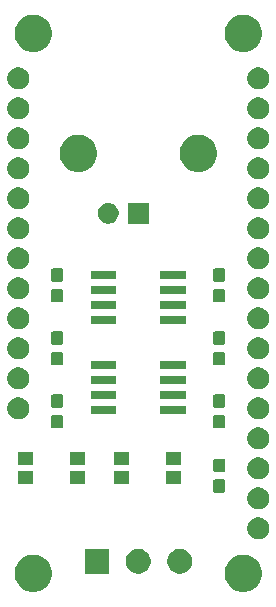
<source format=gbr>
G04 #@! TF.GenerationSoftware,KiCad,Pcbnew,5.0.2-bee76a0~70~ubuntu18.04.1*
G04 #@! TF.CreationDate,2019-02-21T16:56:04-08:00*
G04 #@! TF.ProjectId,ph_feather_wing,70685f66-6561-4746-9865-725f77696e67,rev?*
G04 #@! TF.SameCoordinates,Original*
G04 #@! TF.FileFunction,Soldermask,Top*
G04 #@! TF.FilePolarity,Negative*
%FSLAX46Y46*%
G04 Gerber Fmt 4.6, Leading zero omitted, Abs format (unit mm)*
G04 Created by KiCad (PCBNEW 5.0.2-bee76a0~70~ubuntu18.04.1) date Thu 21 Feb 2019 04:56:04 PM PST*
%MOMM*%
%LPD*%
G01*
G04 APERTURE LIST*
%ADD10C,0.100000*%
G04 APERTURE END LIST*
D10*
G36*
X85549411Y-97545526D02*
X85668137Y-97594704D01*
X85836041Y-97664252D01*
X86094007Y-97836619D01*
X86313381Y-98055993D01*
X86485748Y-98313959D01*
X86604474Y-98600590D01*
X86665000Y-98904875D01*
X86665000Y-99215125D01*
X86604474Y-99519410D01*
X86485748Y-99806041D01*
X86313381Y-100064007D01*
X86094007Y-100283381D01*
X85836041Y-100455748D01*
X85668137Y-100525296D01*
X85549411Y-100574474D01*
X85245125Y-100635000D01*
X84934875Y-100635000D01*
X84782733Y-100604737D01*
X84630589Y-100574474D01*
X84511863Y-100525296D01*
X84343959Y-100455748D01*
X84085993Y-100283381D01*
X83866619Y-100064007D01*
X83694252Y-99806041D01*
X83575526Y-99519410D01*
X83515000Y-99215125D01*
X83515000Y-98904875D01*
X83575526Y-98600590D01*
X83694252Y-98313959D01*
X83866619Y-98055993D01*
X84085993Y-97836619D01*
X84343959Y-97664252D01*
X84511863Y-97594704D01*
X84630589Y-97545526D01*
X84934875Y-97485000D01*
X85245125Y-97485000D01*
X85549411Y-97545526D01*
X85549411Y-97545526D01*
G37*
G36*
X67769411Y-97545526D02*
X67888137Y-97594704D01*
X68056041Y-97664252D01*
X68314007Y-97836619D01*
X68533381Y-98055993D01*
X68705748Y-98313959D01*
X68824474Y-98600590D01*
X68885000Y-98904875D01*
X68885000Y-99215125D01*
X68824474Y-99519410D01*
X68705748Y-99806041D01*
X68533381Y-100064007D01*
X68314007Y-100283381D01*
X68056041Y-100455748D01*
X67888137Y-100525296D01*
X67769411Y-100574474D01*
X67465125Y-100635000D01*
X67154875Y-100635000D01*
X67002733Y-100604737D01*
X66850589Y-100574474D01*
X66731863Y-100525296D01*
X66563959Y-100455748D01*
X66305993Y-100283381D01*
X66086619Y-100064007D01*
X65914252Y-99806041D01*
X65795526Y-99519410D01*
X65735000Y-99215125D01*
X65735000Y-98904875D01*
X65795526Y-98600590D01*
X65914252Y-98313959D01*
X66086619Y-98055993D01*
X66305993Y-97836619D01*
X66563959Y-97664252D01*
X66731863Y-97594704D01*
X66850589Y-97545526D01*
X67154875Y-97485000D01*
X67465125Y-97485000D01*
X67769411Y-97545526D01*
X67769411Y-97545526D01*
G37*
G36*
X73750880Y-99095000D02*
X71648880Y-99095000D01*
X71648880Y-96993000D01*
X73750880Y-96993000D01*
X73750880Y-99095000D01*
X73750880Y-99095000D01*
G37*
G36*
X76506565Y-97033389D02*
X76697834Y-97112615D01*
X76869976Y-97227637D01*
X77016363Y-97374024D01*
X77131385Y-97546166D01*
X77210611Y-97737435D01*
X77251000Y-97940484D01*
X77251000Y-98147516D01*
X77210611Y-98350565D01*
X77131385Y-98541834D01*
X77016363Y-98713976D01*
X76869976Y-98860363D01*
X76697834Y-98975385D01*
X76506565Y-99054611D01*
X76303516Y-99095000D01*
X76096484Y-99095000D01*
X75893435Y-99054611D01*
X75702166Y-98975385D01*
X75530024Y-98860363D01*
X75383637Y-98713976D01*
X75268615Y-98541834D01*
X75189389Y-98350565D01*
X75149000Y-98147516D01*
X75149000Y-97940484D01*
X75189389Y-97737435D01*
X75268615Y-97546166D01*
X75383637Y-97374024D01*
X75530024Y-97227637D01*
X75702166Y-97112615D01*
X75893435Y-97033389D01*
X76096484Y-96993000D01*
X76303516Y-96993000D01*
X76506565Y-97033389D01*
X76506565Y-97033389D01*
G37*
G36*
X80006685Y-97033389D02*
X80197954Y-97112615D01*
X80370096Y-97227637D01*
X80516483Y-97374024D01*
X80631505Y-97546166D01*
X80710731Y-97737435D01*
X80751120Y-97940484D01*
X80751120Y-98147516D01*
X80710731Y-98350565D01*
X80631505Y-98541834D01*
X80516483Y-98713976D01*
X80370096Y-98860363D01*
X80197954Y-98975385D01*
X80006685Y-99054611D01*
X79803636Y-99095000D01*
X79596604Y-99095000D01*
X79393555Y-99054611D01*
X79202286Y-98975385D01*
X79030144Y-98860363D01*
X78883757Y-98713976D01*
X78768735Y-98541834D01*
X78689509Y-98350565D01*
X78649120Y-98147516D01*
X78649120Y-97940484D01*
X78689509Y-97737435D01*
X78768735Y-97546166D01*
X78883757Y-97374024D01*
X79030144Y-97227637D01*
X79202286Y-97112615D01*
X79393555Y-97033389D01*
X79596604Y-96993000D01*
X79803636Y-96993000D01*
X80006685Y-97033389D01*
X80006685Y-97033389D01*
G37*
G36*
X86634188Y-94346123D02*
X86805257Y-94416983D01*
X86959216Y-94519855D01*
X87090145Y-94650784D01*
X87193017Y-94804743D01*
X87263877Y-94975812D01*
X87300000Y-95157417D01*
X87300000Y-95342583D01*
X87263877Y-95524188D01*
X87193017Y-95695257D01*
X87090145Y-95849216D01*
X86959216Y-95980145D01*
X86805257Y-96083017D01*
X86634188Y-96153877D01*
X86452583Y-96190000D01*
X86267417Y-96190000D01*
X86085812Y-96153877D01*
X85914743Y-96083017D01*
X85760784Y-95980145D01*
X85629855Y-95849216D01*
X85526983Y-95695257D01*
X85456123Y-95524188D01*
X85420000Y-95342583D01*
X85420000Y-95157417D01*
X85456123Y-94975812D01*
X85526983Y-94804743D01*
X85629855Y-94650784D01*
X85760784Y-94519855D01*
X85914743Y-94416983D01*
X86085812Y-94346123D01*
X86267417Y-94310000D01*
X86452583Y-94310000D01*
X86634188Y-94346123D01*
X86634188Y-94346123D01*
G37*
G36*
X86634188Y-91806123D02*
X86805257Y-91876983D01*
X86959216Y-91979855D01*
X87090145Y-92110784D01*
X87193017Y-92264743D01*
X87263877Y-92435812D01*
X87300000Y-92617417D01*
X87300000Y-92802583D01*
X87263877Y-92984188D01*
X87193017Y-93155257D01*
X87090145Y-93309216D01*
X86959216Y-93440145D01*
X86805257Y-93543017D01*
X86634188Y-93613877D01*
X86452583Y-93650000D01*
X86267417Y-93650000D01*
X86085812Y-93613877D01*
X85914743Y-93543017D01*
X85760784Y-93440145D01*
X85629855Y-93309216D01*
X85526983Y-93155257D01*
X85456123Y-92984188D01*
X85420000Y-92802583D01*
X85420000Y-92617417D01*
X85456123Y-92435812D01*
X85526983Y-92264743D01*
X85629855Y-92110784D01*
X85760784Y-91979855D01*
X85914743Y-91876983D01*
X86085812Y-91806123D01*
X86267417Y-91770000D01*
X86452583Y-91770000D01*
X86634188Y-91806123D01*
X86634188Y-91806123D01*
G37*
G36*
X83422499Y-91094445D02*
X83459993Y-91105819D01*
X83494557Y-91124294D01*
X83524847Y-91149153D01*
X83549706Y-91179443D01*
X83568181Y-91214007D01*
X83579555Y-91251501D01*
X83584000Y-91296638D01*
X83584000Y-92035362D01*
X83579555Y-92080499D01*
X83568181Y-92117993D01*
X83549706Y-92152557D01*
X83524847Y-92182847D01*
X83494557Y-92207706D01*
X83459993Y-92226181D01*
X83422499Y-92237555D01*
X83377362Y-92242000D01*
X82738638Y-92242000D01*
X82693501Y-92237555D01*
X82656007Y-92226181D01*
X82621443Y-92207706D01*
X82591153Y-92182847D01*
X82566294Y-92152557D01*
X82547819Y-92117993D01*
X82536445Y-92080499D01*
X82532000Y-92035362D01*
X82532000Y-91296638D01*
X82536445Y-91251501D01*
X82547819Y-91214007D01*
X82566294Y-91179443D01*
X82591153Y-91149153D01*
X82621443Y-91124294D01*
X82656007Y-91105819D01*
X82693501Y-91094445D01*
X82738638Y-91090000D01*
X83377362Y-91090000D01*
X83422499Y-91094445D01*
X83422499Y-91094445D01*
G37*
G36*
X67285000Y-91521000D02*
X65983000Y-91521000D01*
X65983000Y-90419000D01*
X67285000Y-90419000D01*
X67285000Y-91521000D01*
X67285000Y-91521000D01*
G37*
G36*
X75413000Y-91521000D02*
X74111000Y-91521000D01*
X74111000Y-90419000D01*
X75413000Y-90419000D01*
X75413000Y-91521000D01*
X75413000Y-91521000D01*
G37*
G36*
X79813000Y-91521000D02*
X78511000Y-91521000D01*
X78511000Y-90419000D01*
X79813000Y-90419000D01*
X79813000Y-91521000D01*
X79813000Y-91521000D01*
G37*
G36*
X71685000Y-91521000D02*
X70383000Y-91521000D01*
X70383000Y-90419000D01*
X71685000Y-90419000D01*
X71685000Y-91521000D01*
X71685000Y-91521000D01*
G37*
G36*
X86634188Y-89266123D02*
X86805257Y-89336983D01*
X86959216Y-89439855D01*
X87090145Y-89570784D01*
X87193017Y-89724743D01*
X87263877Y-89895812D01*
X87300000Y-90077417D01*
X87300000Y-90262583D01*
X87263877Y-90444188D01*
X87193017Y-90615257D01*
X87090145Y-90769216D01*
X86959216Y-90900145D01*
X86805257Y-91003017D01*
X86634188Y-91073877D01*
X86452583Y-91110000D01*
X86267417Y-91110000D01*
X86085812Y-91073877D01*
X85914743Y-91003017D01*
X85760784Y-90900145D01*
X85629855Y-90769216D01*
X85526983Y-90615257D01*
X85456123Y-90444188D01*
X85420000Y-90262583D01*
X85420000Y-90077417D01*
X85456123Y-89895812D01*
X85526983Y-89724743D01*
X85629855Y-89570784D01*
X85760784Y-89439855D01*
X85914743Y-89336983D01*
X86085812Y-89266123D01*
X86267417Y-89230000D01*
X86452583Y-89230000D01*
X86634188Y-89266123D01*
X86634188Y-89266123D01*
G37*
G36*
X83422499Y-89344445D02*
X83459993Y-89355819D01*
X83494557Y-89374294D01*
X83524847Y-89399153D01*
X83549706Y-89429443D01*
X83568181Y-89464007D01*
X83579555Y-89501501D01*
X83584000Y-89546638D01*
X83584000Y-90285362D01*
X83579555Y-90330499D01*
X83568181Y-90367993D01*
X83549706Y-90402557D01*
X83524847Y-90432847D01*
X83494557Y-90457706D01*
X83459993Y-90476181D01*
X83422499Y-90487555D01*
X83377362Y-90492000D01*
X82738638Y-90492000D01*
X82693501Y-90487555D01*
X82656007Y-90476181D01*
X82621443Y-90457706D01*
X82591153Y-90432847D01*
X82566294Y-90402557D01*
X82547819Y-90367993D01*
X82536445Y-90330499D01*
X82532000Y-90285362D01*
X82532000Y-89546638D01*
X82536445Y-89501501D01*
X82547819Y-89464007D01*
X82566294Y-89429443D01*
X82591153Y-89399153D01*
X82621443Y-89374294D01*
X82656007Y-89355819D01*
X82693501Y-89344445D01*
X82738638Y-89340000D01*
X83377362Y-89340000D01*
X83422499Y-89344445D01*
X83422499Y-89344445D01*
G37*
G36*
X75413000Y-89921000D02*
X74111000Y-89921000D01*
X74111000Y-88819000D01*
X75413000Y-88819000D01*
X75413000Y-89921000D01*
X75413000Y-89921000D01*
G37*
G36*
X71685000Y-89921000D02*
X70383000Y-89921000D01*
X70383000Y-88819000D01*
X71685000Y-88819000D01*
X71685000Y-89921000D01*
X71685000Y-89921000D01*
G37*
G36*
X67285000Y-89921000D02*
X65983000Y-89921000D01*
X65983000Y-88819000D01*
X67285000Y-88819000D01*
X67285000Y-89921000D01*
X67285000Y-89921000D01*
G37*
G36*
X79813000Y-89921000D02*
X78511000Y-89921000D01*
X78511000Y-88819000D01*
X79813000Y-88819000D01*
X79813000Y-89921000D01*
X79813000Y-89921000D01*
G37*
G36*
X86634188Y-86726123D02*
X86805257Y-86796983D01*
X86959216Y-86899855D01*
X87090145Y-87030784D01*
X87193017Y-87184743D01*
X87263877Y-87355812D01*
X87300000Y-87537417D01*
X87300000Y-87722583D01*
X87263877Y-87904188D01*
X87193017Y-88075257D01*
X87090145Y-88229216D01*
X86959216Y-88360145D01*
X86805257Y-88463017D01*
X86634188Y-88533877D01*
X86452583Y-88570000D01*
X86267417Y-88570000D01*
X86085812Y-88533877D01*
X85914743Y-88463017D01*
X85760784Y-88360145D01*
X85629855Y-88229216D01*
X85526983Y-88075257D01*
X85456123Y-87904188D01*
X85420000Y-87722583D01*
X85420000Y-87537417D01*
X85456123Y-87355812D01*
X85526983Y-87184743D01*
X85629855Y-87030784D01*
X85760784Y-86899855D01*
X85914743Y-86796983D01*
X86085812Y-86726123D01*
X86267417Y-86690000D01*
X86452583Y-86690000D01*
X86634188Y-86726123D01*
X86634188Y-86726123D01*
G37*
G36*
X69706499Y-85647445D02*
X69743993Y-85658819D01*
X69778557Y-85677294D01*
X69808847Y-85702153D01*
X69833706Y-85732443D01*
X69852181Y-85767007D01*
X69863555Y-85804501D01*
X69868000Y-85849638D01*
X69868000Y-86588362D01*
X69863555Y-86633499D01*
X69852181Y-86670993D01*
X69833706Y-86705557D01*
X69808847Y-86735847D01*
X69778557Y-86760706D01*
X69743993Y-86779181D01*
X69706499Y-86790555D01*
X69661362Y-86795000D01*
X69022638Y-86795000D01*
X68977501Y-86790555D01*
X68940007Y-86779181D01*
X68905443Y-86760706D01*
X68875153Y-86735847D01*
X68850294Y-86705557D01*
X68831819Y-86670993D01*
X68820445Y-86633499D01*
X68816000Y-86588362D01*
X68816000Y-85849638D01*
X68820445Y-85804501D01*
X68831819Y-85767007D01*
X68850294Y-85732443D01*
X68875153Y-85702153D01*
X68905443Y-85677294D01*
X68940007Y-85658819D01*
X68977501Y-85647445D01*
X69022638Y-85643000D01*
X69661362Y-85643000D01*
X69706499Y-85647445D01*
X69706499Y-85647445D01*
G37*
G36*
X83422499Y-85647445D02*
X83459993Y-85658819D01*
X83494557Y-85677294D01*
X83524847Y-85702153D01*
X83549706Y-85732443D01*
X83568181Y-85767007D01*
X83579555Y-85804501D01*
X83584000Y-85849638D01*
X83584000Y-86588362D01*
X83579555Y-86633499D01*
X83568181Y-86670993D01*
X83549706Y-86705557D01*
X83524847Y-86735847D01*
X83494557Y-86760706D01*
X83459993Y-86779181D01*
X83422499Y-86790555D01*
X83377362Y-86795000D01*
X82738638Y-86795000D01*
X82693501Y-86790555D01*
X82656007Y-86779181D01*
X82621443Y-86760706D01*
X82591153Y-86735847D01*
X82566294Y-86705557D01*
X82547819Y-86670993D01*
X82536445Y-86633499D01*
X82532000Y-86588362D01*
X82532000Y-85849638D01*
X82536445Y-85804501D01*
X82547819Y-85767007D01*
X82566294Y-85732443D01*
X82591153Y-85702153D01*
X82621443Y-85677294D01*
X82656007Y-85658819D01*
X82693501Y-85647445D01*
X82738638Y-85643000D01*
X83377362Y-85643000D01*
X83422499Y-85647445D01*
X83422499Y-85647445D01*
G37*
G36*
X66314188Y-84186123D02*
X66485257Y-84256983D01*
X66639216Y-84359855D01*
X66770145Y-84490784D01*
X66873017Y-84644743D01*
X66943877Y-84815812D01*
X66980000Y-84997417D01*
X66980000Y-85182583D01*
X66943877Y-85364188D01*
X66873017Y-85535257D01*
X66770145Y-85689216D01*
X66639216Y-85820145D01*
X66485257Y-85923017D01*
X66314188Y-85993877D01*
X66132583Y-86030000D01*
X65947417Y-86030000D01*
X65765812Y-85993877D01*
X65594743Y-85923017D01*
X65440784Y-85820145D01*
X65309855Y-85689216D01*
X65206983Y-85535257D01*
X65136123Y-85364188D01*
X65100000Y-85182583D01*
X65100000Y-84997417D01*
X65136123Y-84815812D01*
X65206983Y-84644743D01*
X65309855Y-84490784D01*
X65440784Y-84359855D01*
X65594743Y-84256983D01*
X65765812Y-84186123D01*
X65947417Y-84150000D01*
X66132583Y-84150000D01*
X66314188Y-84186123D01*
X66314188Y-84186123D01*
G37*
G36*
X86634188Y-84186123D02*
X86805257Y-84256983D01*
X86959216Y-84359855D01*
X87090145Y-84490784D01*
X87193017Y-84644743D01*
X87263877Y-84815812D01*
X87300000Y-84997417D01*
X87300000Y-85182583D01*
X87263877Y-85364188D01*
X87193017Y-85535257D01*
X87090145Y-85689216D01*
X86959216Y-85820145D01*
X86805257Y-85923017D01*
X86634188Y-85993877D01*
X86452583Y-86030000D01*
X86267417Y-86030000D01*
X86085812Y-85993877D01*
X85914743Y-85923017D01*
X85760784Y-85820145D01*
X85629855Y-85689216D01*
X85526983Y-85535257D01*
X85456123Y-85364188D01*
X85420000Y-85182583D01*
X85420000Y-84997417D01*
X85456123Y-84815812D01*
X85526983Y-84644743D01*
X85629855Y-84490784D01*
X85760784Y-84359855D01*
X85914743Y-84256983D01*
X86085812Y-84186123D01*
X86267417Y-84150000D01*
X86452583Y-84150000D01*
X86634188Y-84186123D01*
X86634188Y-84186123D01*
G37*
G36*
X80234000Y-85568000D02*
X78074000Y-85568000D01*
X78074000Y-84866000D01*
X80234000Y-84866000D01*
X80234000Y-85568000D01*
X80234000Y-85568000D01*
G37*
G36*
X74326000Y-85568000D02*
X72166000Y-85568000D01*
X72166000Y-84866000D01*
X74326000Y-84866000D01*
X74326000Y-85568000D01*
X74326000Y-85568000D01*
G37*
G36*
X83422499Y-83897445D02*
X83459993Y-83908819D01*
X83494557Y-83927294D01*
X83524847Y-83952153D01*
X83549706Y-83982443D01*
X83568181Y-84017007D01*
X83579555Y-84054501D01*
X83584000Y-84099638D01*
X83584000Y-84838362D01*
X83579555Y-84883499D01*
X83568181Y-84920993D01*
X83549706Y-84955557D01*
X83524847Y-84985847D01*
X83494557Y-85010706D01*
X83459993Y-85029181D01*
X83422499Y-85040555D01*
X83377362Y-85045000D01*
X82738638Y-85045000D01*
X82693501Y-85040555D01*
X82656007Y-85029181D01*
X82621443Y-85010706D01*
X82591153Y-84985847D01*
X82566294Y-84955557D01*
X82547819Y-84920993D01*
X82536445Y-84883499D01*
X82532000Y-84838362D01*
X82532000Y-84099638D01*
X82536445Y-84054501D01*
X82547819Y-84017007D01*
X82566294Y-83982443D01*
X82591153Y-83952153D01*
X82621443Y-83927294D01*
X82656007Y-83908819D01*
X82693501Y-83897445D01*
X82738638Y-83893000D01*
X83377362Y-83893000D01*
X83422499Y-83897445D01*
X83422499Y-83897445D01*
G37*
G36*
X69706499Y-83897445D02*
X69743993Y-83908819D01*
X69778557Y-83927294D01*
X69808847Y-83952153D01*
X69833706Y-83982443D01*
X69852181Y-84017007D01*
X69863555Y-84054501D01*
X69868000Y-84099638D01*
X69868000Y-84838362D01*
X69863555Y-84883499D01*
X69852181Y-84920993D01*
X69833706Y-84955557D01*
X69808847Y-84985847D01*
X69778557Y-85010706D01*
X69743993Y-85029181D01*
X69706499Y-85040555D01*
X69661362Y-85045000D01*
X69022638Y-85045000D01*
X68977501Y-85040555D01*
X68940007Y-85029181D01*
X68905443Y-85010706D01*
X68875153Y-84985847D01*
X68850294Y-84955557D01*
X68831819Y-84920993D01*
X68820445Y-84883499D01*
X68816000Y-84838362D01*
X68816000Y-84099638D01*
X68820445Y-84054501D01*
X68831819Y-84017007D01*
X68850294Y-83982443D01*
X68875153Y-83952153D01*
X68905443Y-83927294D01*
X68940007Y-83908819D01*
X68977501Y-83897445D01*
X69022638Y-83893000D01*
X69661362Y-83893000D01*
X69706499Y-83897445D01*
X69706499Y-83897445D01*
G37*
G36*
X74326000Y-84298000D02*
X72166000Y-84298000D01*
X72166000Y-83596000D01*
X74326000Y-83596000D01*
X74326000Y-84298000D01*
X74326000Y-84298000D01*
G37*
G36*
X80234000Y-84298000D02*
X78074000Y-84298000D01*
X78074000Y-83596000D01*
X80234000Y-83596000D01*
X80234000Y-84298000D01*
X80234000Y-84298000D01*
G37*
G36*
X86634188Y-81646123D02*
X86805257Y-81716983D01*
X86959216Y-81819855D01*
X87090145Y-81950784D01*
X87193017Y-82104743D01*
X87263877Y-82275812D01*
X87300000Y-82457417D01*
X87300000Y-82642583D01*
X87263877Y-82824188D01*
X87193017Y-82995257D01*
X87090145Y-83149216D01*
X86959216Y-83280145D01*
X86805257Y-83383017D01*
X86634188Y-83453877D01*
X86452583Y-83490000D01*
X86267417Y-83490000D01*
X86085812Y-83453877D01*
X85914743Y-83383017D01*
X85760784Y-83280145D01*
X85629855Y-83149216D01*
X85526983Y-82995257D01*
X85456123Y-82824188D01*
X85420000Y-82642583D01*
X85420000Y-82457417D01*
X85456123Y-82275812D01*
X85526983Y-82104743D01*
X85629855Y-81950784D01*
X85760784Y-81819855D01*
X85914743Y-81716983D01*
X86085812Y-81646123D01*
X86267417Y-81610000D01*
X86452583Y-81610000D01*
X86634188Y-81646123D01*
X86634188Y-81646123D01*
G37*
G36*
X66314188Y-81646123D02*
X66485257Y-81716983D01*
X66639216Y-81819855D01*
X66770145Y-81950784D01*
X66873017Y-82104743D01*
X66943877Y-82275812D01*
X66980000Y-82457417D01*
X66980000Y-82642583D01*
X66943877Y-82824188D01*
X66873017Y-82995257D01*
X66770145Y-83149216D01*
X66639216Y-83280145D01*
X66485257Y-83383017D01*
X66314188Y-83453877D01*
X66132583Y-83490000D01*
X65947417Y-83490000D01*
X65765812Y-83453877D01*
X65594743Y-83383017D01*
X65440784Y-83280145D01*
X65309855Y-83149216D01*
X65206983Y-82995257D01*
X65136123Y-82824188D01*
X65100000Y-82642583D01*
X65100000Y-82457417D01*
X65136123Y-82275812D01*
X65206983Y-82104743D01*
X65309855Y-81950784D01*
X65440784Y-81819855D01*
X65594743Y-81716983D01*
X65765812Y-81646123D01*
X65947417Y-81610000D01*
X66132583Y-81610000D01*
X66314188Y-81646123D01*
X66314188Y-81646123D01*
G37*
G36*
X80234000Y-83028000D02*
X78074000Y-83028000D01*
X78074000Y-82326000D01*
X80234000Y-82326000D01*
X80234000Y-83028000D01*
X80234000Y-83028000D01*
G37*
G36*
X74326000Y-83028000D02*
X72166000Y-83028000D01*
X72166000Y-82326000D01*
X74326000Y-82326000D01*
X74326000Y-83028000D01*
X74326000Y-83028000D01*
G37*
G36*
X80234000Y-81758000D02*
X78074000Y-81758000D01*
X78074000Y-81056000D01*
X80234000Y-81056000D01*
X80234000Y-81758000D01*
X80234000Y-81758000D01*
G37*
G36*
X74326000Y-81758000D02*
X72166000Y-81758000D01*
X72166000Y-81056000D01*
X74326000Y-81056000D01*
X74326000Y-81758000D01*
X74326000Y-81758000D01*
G37*
G36*
X83422499Y-80313445D02*
X83459993Y-80324819D01*
X83494557Y-80343294D01*
X83524847Y-80368153D01*
X83549706Y-80398443D01*
X83568181Y-80433007D01*
X83579555Y-80470501D01*
X83584000Y-80515638D01*
X83584000Y-81254362D01*
X83579555Y-81299499D01*
X83568181Y-81336993D01*
X83549706Y-81371557D01*
X83524847Y-81401847D01*
X83494557Y-81426706D01*
X83459993Y-81445181D01*
X83422499Y-81456555D01*
X83377362Y-81461000D01*
X82738638Y-81461000D01*
X82693501Y-81456555D01*
X82656007Y-81445181D01*
X82621443Y-81426706D01*
X82591153Y-81401847D01*
X82566294Y-81371557D01*
X82547819Y-81336993D01*
X82536445Y-81299499D01*
X82532000Y-81254362D01*
X82532000Y-80515638D01*
X82536445Y-80470501D01*
X82547819Y-80433007D01*
X82566294Y-80398443D01*
X82591153Y-80368153D01*
X82621443Y-80343294D01*
X82656007Y-80324819D01*
X82693501Y-80313445D01*
X82738638Y-80309000D01*
X83377362Y-80309000D01*
X83422499Y-80313445D01*
X83422499Y-80313445D01*
G37*
G36*
X69706499Y-80313445D02*
X69743993Y-80324819D01*
X69778557Y-80343294D01*
X69808847Y-80368153D01*
X69833706Y-80398443D01*
X69852181Y-80433007D01*
X69863555Y-80470501D01*
X69868000Y-80515638D01*
X69868000Y-81254362D01*
X69863555Y-81299499D01*
X69852181Y-81336993D01*
X69833706Y-81371557D01*
X69808847Y-81401847D01*
X69778557Y-81426706D01*
X69743993Y-81445181D01*
X69706499Y-81456555D01*
X69661362Y-81461000D01*
X69022638Y-81461000D01*
X68977501Y-81456555D01*
X68940007Y-81445181D01*
X68905443Y-81426706D01*
X68875153Y-81401847D01*
X68850294Y-81371557D01*
X68831819Y-81336993D01*
X68820445Y-81299499D01*
X68816000Y-81254362D01*
X68816000Y-80515638D01*
X68820445Y-80470501D01*
X68831819Y-80433007D01*
X68850294Y-80398443D01*
X68875153Y-80368153D01*
X68905443Y-80343294D01*
X68940007Y-80324819D01*
X68977501Y-80313445D01*
X69022638Y-80309000D01*
X69661362Y-80309000D01*
X69706499Y-80313445D01*
X69706499Y-80313445D01*
G37*
G36*
X66314188Y-79106123D02*
X66485257Y-79176983D01*
X66639216Y-79279855D01*
X66770145Y-79410784D01*
X66873017Y-79564743D01*
X66943877Y-79735812D01*
X66980000Y-79917417D01*
X66980000Y-80102583D01*
X66943877Y-80284188D01*
X66873017Y-80455257D01*
X66770145Y-80609216D01*
X66639216Y-80740145D01*
X66485257Y-80843017D01*
X66314188Y-80913877D01*
X66132583Y-80950000D01*
X65947417Y-80950000D01*
X65765812Y-80913877D01*
X65594743Y-80843017D01*
X65440784Y-80740145D01*
X65309855Y-80609216D01*
X65206983Y-80455257D01*
X65136123Y-80284188D01*
X65100000Y-80102583D01*
X65100000Y-79917417D01*
X65136123Y-79735812D01*
X65206983Y-79564743D01*
X65309855Y-79410784D01*
X65440784Y-79279855D01*
X65594743Y-79176983D01*
X65765812Y-79106123D01*
X65947417Y-79070000D01*
X66132583Y-79070000D01*
X66314188Y-79106123D01*
X66314188Y-79106123D01*
G37*
G36*
X86634188Y-79106123D02*
X86805257Y-79176983D01*
X86959216Y-79279855D01*
X87090145Y-79410784D01*
X87193017Y-79564743D01*
X87263877Y-79735812D01*
X87300000Y-79917417D01*
X87300000Y-80102583D01*
X87263877Y-80284188D01*
X87193017Y-80455257D01*
X87090145Y-80609216D01*
X86959216Y-80740145D01*
X86805257Y-80843017D01*
X86634188Y-80913877D01*
X86452583Y-80950000D01*
X86267417Y-80950000D01*
X86085812Y-80913877D01*
X85914743Y-80843017D01*
X85760784Y-80740145D01*
X85629855Y-80609216D01*
X85526983Y-80455257D01*
X85456123Y-80284188D01*
X85420000Y-80102583D01*
X85420000Y-79917417D01*
X85456123Y-79735812D01*
X85526983Y-79564743D01*
X85629855Y-79410784D01*
X85760784Y-79279855D01*
X85914743Y-79176983D01*
X86085812Y-79106123D01*
X86267417Y-79070000D01*
X86452583Y-79070000D01*
X86634188Y-79106123D01*
X86634188Y-79106123D01*
G37*
G36*
X69706499Y-78563445D02*
X69743993Y-78574819D01*
X69778557Y-78593294D01*
X69808847Y-78618153D01*
X69833706Y-78648443D01*
X69852181Y-78683007D01*
X69863555Y-78720501D01*
X69868000Y-78765638D01*
X69868000Y-79504362D01*
X69863555Y-79549499D01*
X69852181Y-79586993D01*
X69833706Y-79621557D01*
X69808847Y-79651847D01*
X69778557Y-79676706D01*
X69743993Y-79695181D01*
X69706499Y-79706555D01*
X69661362Y-79711000D01*
X69022638Y-79711000D01*
X68977501Y-79706555D01*
X68940007Y-79695181D01*
X68905443Y-79676706D01*
X68875153Y-79651847D01*
X68850294Y-79621557D01*
X68831819Y-79586993D01*
X68820445Y-79549499D01*
X68816000Y-79504362D01*
X68816000Y-78765638D01*
X68820445Y-78720501D01*
X68831819Y-78683007D01*
X68850294Y-78648443D01*
X68875153Y-78618153D01*
X68905443Y-78593294D01*
X68940007Y-78574819D01*
X68977501Y-78563445D01*
X69022638Y-78559000D01*
X69661362Y-78559000D01*
X69706499Y-78563445D01*
X69706499Y-78563445D01*
G37*
G36*
X83422499Y-78563445D02*
X83459993Y-78574819D01*
X83494557Y-78593294D01*
X83524847Y-78618153D01*
X83549706Y-78648443D01*
X83568181Y-78683007D01*
X83579555Y-78720501D01*
X83584000Y-78765638D01*
X83584000Y-79504362D01*
X83579555Y-79549499D01*
X83568181Y-79586993D01*
X83549706Y-79621557D01*
X83524847Y-79651847D01*
X83494557Y-79676706D01*
X83459993Y-79695181D01*
X83422499Y-79706555D01*
X83377362Y-79711000D01*
X82738638Y-79711000D01*
X82693501Y-79706555D01*
X82656007Y-79695181D01*
X82621443Y-79676706D01*
X82591153Y-79651847D01*
X82566294Y-79621557D01*
X82547819Y-79586993D01*
X82536445Y-79549499D01*
X82532000Y-79504362D01*
X82532000Y-78765638D01*
X82536445Y-78720501D01*
X82547819Y-78683007D01*
X82566294Y-78648443D01*
X82591153Y-78618153D01*
X82621443Y-78593294D01*
X82656007Y-78574819D01*
X82693501Y-78563445D01*
X82738638Y-78559000D01*
X83377362Y-78559000D01*
X83422499Y-78563445D01*
X83422499Y-78563445D01*
G37*
G36*
X66314188Y-76566123D02*
X66485257Y-76636983D01*
X66639216Y-76739855D01*
X66770145Y-76870784D01*
X66873017Y-77024743D01*
X66943877Y-77195812D01*
X66980000Y-77377417D01*
X66980000Y-77562583D01*
X66943877Y-77744188D01*
X66873017Y-77915257D01*
X66770145Y-78069216D01*
X66639216Y-78200145D01*
X66485257Y-78303017D01*
X66314188Y-78373877D01*
X66132583Y-78410000D01*
X65947417Y-78410000D01*
X65765812Y-78373877D01*
X65594743Y-78303017D01*
X65440784Y-78200145D01*
X65309855Y-78069216D01*
X65206983Y-77915257D01*
X65136123Y-77744188D01*
X65100000Y-77562583D01*
X65100000Y-77377417D01*
X65136123Y-77195812D01*
X65206983Y-77024743D01*
X65309855Y-76870784D01*
X65440784Y-76739855D01*
X65594743Y-76636983D01*
X65765812Y-76566123D01*
X65947417Y-76530000D01*
X66132583Y-76530000D01*
X66314188Y-76566123D01*
X66314188Y-76566123D01*
G37*
G36*
X86634188Y-76566123D02*
X86805257Y-76636983D01*
X86959216Y-76739855D01*
X87090145Y-76870784D01*
X87193017Y-77024743D01*
X87263877Y-77195812D01*
X87300000Y-77377417D01*
X87300000Y-77562583D01*
X87263877Y-77744188D01*
X87193017Y-77915257D01*
X87090145Y-78069216D01*
X86959216Y-78200145D01*
X86805257Y-78303017D01*
X86634188Y-78373877D01*
X86452583Y-78410000D01*
X86267417Y-78410000D01*
X86085812Y-78373877D01*
X85914743Y-78303017D01*
X85760784Y-78200145D01*
X85629855Y-78069216D01*
X85526983Y-77915257D01*
X85456123Y-77744188D01*
X85420000Y-77562583D01*
X85420000Y-77377417D01*
X85456123Y-77195812D01*
X85526983Y-77024743D01*
X85629855Y-76870784D01*
X85760784Y-76739855D01*
X85914743Y-76636983D01*
X86085812Y-76566123D01*
X86267417Y-76530000D01*
X86452583Y-76530000D01*
X86634188Y-76566123D01*
X86634188Y-76566123D01*
G37*
G36*
X74326000Y-77948000D02*
X72166000Y-77948000D01*
X72166000Y-77246000D01*
X74326000Y-77246000D01*
X74326000Y-77948000D01*
X74326000Y-77948000D01*
G37*
G36*
X80234000Y-77948000D02*
X78074000Y-77948000D01*
X78074000Y-77246000D01*
X80234000Y-77246000D01*
X80234000Y-77948000D01*
X80234000Y-77948000D01*
G37*
G36*
X80234000Y-76678000D02*
X78074000Y-76678000D01*
X78074000Y-75976000D01*
X80234000Y-75976000D01*
X80234000Y-76678000D01*
X80234000Y-76678000D01*
G37*
G36*
X74326000Y-76678000D02*
X72166000Y-76678000D01*
X72166000Y-75976000D01*
X74326000Y-75976000D01*
X74326000Y-76678000D01*
X74326000Y-76678000D01*
G37*
G36*
X83422499Y-74979445D02*
X83459993Y-74990819D01*
X83494557Y-75009294D01*
X83524847Y-75034153D01*
X83549706Y-75064443D01*
X83568181Y-75099007D01*
X83579555Y-75136501D01*
X83584000Y-75181638D01*
X83584000Y-75920362D01*
X83579555Y-75965499D01*
X83568181Y-76002993D01*
X83549706Y-76037557D01*
X83524847Y-76067847D01*
X83494557Y-76092706D01*
X83459993Y-76111181D01*
X83422499Y-76122555D01*
X83377362Y-76127000D01*
X82738638Y-76127000D01*
X82693501Y-76122555D01*
X82656007Y-76111181D01*
X82621443Y-76092706D01*
X82591153Y-76067847D01*
X82566294Y-76037557D01*
X82547819Y-76002993D01*
X82536445Y-75965499D01*
X82532000Y-75920362D01*
X82532000Y-75181638D01*
X82536445Y-75136501D01*
X82547819Y-75099007D01*
X82566294Y-75064443D01*
X82591153Y-75034153D01*
X82621443Y-75009294D01*
X82656007Y-74990819D01*
X82693501Y-74979445D01*
X82738638Y-74975000D01*
X83377362Y-74975000D01*
X83422499Y-74979445D01*
X83422499Y-74979445D01*
G37*
G36*
X69706499Y-74979445D02*
X69743993Y-74990819D01*
X69778557Y-75009294D01*
X69808847Y-75034153D01*
X69833706Y-75064443D01*
X69852181Y-75099007D01*
X69863555Y-75136501D01*
X69868000Y-75181638D01*
X69868000Y-75920362D01*
X69863555Y-75965499D01*
X69852181Y-76002993D01*
X69833706Y-76037557D01*
X69808847Y-76067847D01*
X69778557Y-76092706D01*
X69743993Y-76111181D01*
X69706499Y-76122555D01*
X69661362Y-76127000D01*
X69022638Y-76127000D01*
X68977501Y-76122555D01*
X68940007Y-76111181D01*
X68905443Y-76092706D01*
X68875153Y-76067847D01*
X68850294Y-76037557D01*
X68831819Y-76002993D01*
X68820445Y-75965499D01*
X68816000Y-75920362D01*
X68816000Y-75181638D01*
X68820445Y-75136501D01*
X68831819Y-75099007D01*
X68850294Y-75064443D01*
X68875153Y-75034153D01*
X68905443Y-75009294D01*
X68940007Y-74990819D01*
X68977501Y-74979445D01*
X69022638Y-74975000D01*
X69661362Y-74975000D01*
X69706499Y-74979445D01*
X69706499Y-74979445D01*
G37*
G36*
X66314188Y-74026123D02*
X66485257Y-74096983D01*
X66639216Y-74199855D01*
X66770145Y-74330784D01*
X66873017Y-74484743D01*
X66943877Y-74655812D01*
X66980000Y-74837417D01*
X66980000Y-75022583D01*
X66943877Y-75204188D01*
X66873017Y-75375257D01*
X66770145Y-75529216D01*
X66639216Y-75660145D01*
X66485257Y-75763017D01*
X66314188Y-75833877D01*
X66132583Y-75870000D01*
X65947417Y-75870000D01*
X65765812Y-75833877D01*
X65594743Y-75763017D01*
X65440784Y-75660145D01*
X65309855Y-75529216D01*
X65206983Y-75375257D01*
X65136123Y-75204188D01*
X65100000Y-75022583D01*
X65100000Y-74837417D01*
X65136123Y-74655812D01*
X65206983Y-74484743D01*
X65309855Y-74330784D01*
X65440784Y-74199855D01*
X65594743Y-74096983D01*
X65765812Y-74026123D01*
X65947417Y-73990000D01*
X66132583Y-73990000D01*
X66314188Y-74026123D01*
X66314188Y-74026123D01*
G37*
G36*
X86634188Y-74026123D02*
X86805257Y-74096983D01*
X86959216Y-74199855D01*
X87090145Y-74330784D01*
X87193017Y-74484743D01*
X87263877Y-74655812D01*
X87300000Y-74837417D01*
X87300000Y-75022583D01*
X87263877Y-75204188D01*
X87193017Y-75375257D01*
X87090145Y-75529216D01*
X86959216Y-75660145D01*
X86805257Y-75763017D01*
X86634188Y-75833877D01*
X86452583Y-75870000D01*
X86267417Y-75870000D01*
X86085812Y-75833877D01*
X85914743Y-75763017D01*
X85760784Y-75660145D01*
X85629855Y-75529216D01*
X85526983Y-75375257D01*
X85456123Y-75204188D01*
X85420000Y-75022583D01*
X85420000Y-74837417D01*
X85456123Y-74655812D01*
X85526983Y-74484743D01*
X85629855Y-74330784D01*
X85760784Y-74199855D01*
X85914743Y-74096983D01*
X86085812Y-74026123D01*
X86267417Y-73990000D01*
X86452583Y-73990000D01*
X86634188Y-74026123D01*
X86634188Y-74026123D01*
G37*
G36*
X80234000Y-75408000D02*
X78074000Y-75408000D01*
X78074000Y-74706000D01*
X80234000Y-74706000D01*
X80234000Y-75408000D01*
X80234000Y-75408000D01*
G37*
G36*
X74326000Y-75408000D02*
X72166000Y-75408000D01*
X72166000Y-74706000D01*
X74326000Y-74706000D01*
X74326000Y-75408000D01*
X74326000Y-75408000D01*
G37*
G36*
X69706499Y-73229445D02*
X69743993Y-73240819D01*
X69778557Y-73259294D01*
X69808847Y-73284153D01*
X69833706Y-73314443D01*
X69852181Y-73349007D01*
X69863555Y-73386501D01*
X69868000Y-73431638D01*
X69868000Y-74170362D01*
X69863555Y-74215499D01*
X69852181Y-74252993D01*
X69833706Y-74287557D01*
X69808847Y-74317847D01*
X69778557Y-74342706D01*
X69743993Y-74361181D01*
X69706499Y-74372555D01*
X69661362Y-74377000D01*
X69022638Y-74377000D01*
X68977501Y-74372555D01*
X68940007Y-74361181D01*
X68905443Y-74342706D01*
X68875153Y-74317847D01*
X68850294Y-74287557D01*
X68831819Y-74252993D01*
X68820445Y-74215499D01*
X68816000Y-74170362D01*
X68816000Y-73431638D01*
X68820445Y-73386501D01*
X68831819Y-73349007D01*
X68850294Y-73314443D01*
X68875153Y-73284153D01*
X68905443Y-73259294D01*
X68940007Y-73240819D01*
X68977501Y-73229445D01*
X69022638Y-73225000D01*
X69661362Y-73225000D01*
X69706499Y-73229445D01*
X69706499Y-73229445D01*
G37*
G36*
X83422499Y-73229445D02*
X83459993Y-73240819D01*
X83494557Y-73259294D01*
X83524847Y-73284153D01*
X83549706Y-73314443D01*
X83568181Y-73349007D01*
X83579555Y-73386501D01*
X83584000Y-73431638D01*
X83584000Y-74170362D01*
X83579555Y-74215499D01*
X83568181Y-74252993D01*
X83549706Y-74287557D01*
X83524847Y-74317847D01*
X83494557Y-74342706D01*
X83459993Y-74361181D01*
X83422499Y-74372555D01*
X83377362Y-74377000D01*
X82738638Y-74377000D01*
X82693501Y-74372555D01*
X82656007Y-74361181D01*
X82621443Y-74342706D01*
X82591153Y-74317847D01*
X82566294Y-74287557D01*
X82547819Y-74252993D01*
X82536445Y-74215499D01*
X82532000Y-74170362D01*
X82532000Y-73431638D01*
X82536445Y-73386501D01*
X82547819Y-73349007D01*
X82566294Y-73314443D01*
X82591153Y-73284153D01*
X82621443Y-73259294D01*
X82656007Y-73240819D01*
X82693501Y-73229445D01*
X82738638Y-73225000D01*
X83377362Y-73225000D01*
X83422499Y-73229445D01*
X83422499Y-73229445D01*
G37*
G36*
X80234000Y-74138000D02*
X78074000Y-74138000D01*
X78074000Y-73436000D01*
X80234000Y-73436000D01*
X80234000Y-74138000D01*
X80234000Y-74138000D01*
G37*
G36*
X74326000Y-74138000D02*
X72166000Y-74138000D01*
X72166000Y-73436000D01*
X74326000Y-73436000D01*
X74326000Y-74138000D01*
X74326000Y-74138000D01*
G37*
G36*
X66314188Y-71486123D02*
X66485257Y-71556983D01*
X66639216Y-71659855D01*
X66770145Y-71790784D01*
X66873017Y-71944743D01*
X66943877Y-72115812D01*
X66980000Y-72297417D01*
X66980000Y-72482583D01*
X66943877Y-72664188D01*
X66873017Y-72835257D01*
X66770145Y-72989216D01*
X66639216Y-73120145D01*
X66485257Y-73223017D01*
X66314188Y-73293877D01*
X66132583Y-73330000D01*
X65947417Y-73330000D01*
X65765812Y-73293877D01*
X65594743Y-73223017D01*
X65440784Y-73120145D01*
X65309855Y-72989216D01*
X65206983Y-72835257D01*
X65136123Y-72664188D01*
X65100000Y-72482583D01*
X65100000Y-72297417D01*
X65136123Y-72115812D01*
X65206983Y-71944743D01*
X65309855Y-71790784D01*
X65440784Y-71659855D01*
X65594743Y-71556983D01*
X65765812Y-71486123D01*
X65947417Y-71450000D01*
X66132583Y-71450000D01*
X66314188Y-71486123D01*
X66314188Y-71486123D01*
G37*
G36*
X86634188Y-71486123D02*
X86805257Y-71556983D01*
X86959216Y-71659855D01*
X87090145Y-71790784D01*
X87193017Y-71944743D01*
X87263877Y-72115812D01*
X87300000Y-72297417D01*
X87300000Y-72482583D01*
X87263877Y-72664188D01*
X87193017Y-72835257D01*
X87090145Y-72989216D01*
X86959216Y-73120145D01*
X86805257Y-73223017D01*
X86634188Y-73293877D01*
X86452583Y-73330000D01*
X86267417Y-73330000D01*
X86085812Y-73293877D01*
X85914743Y-73223017D01*
X85760784Y-73120145D01*
X85629855Y-72989216D01*
X85526983Y-72835257D01*
X85456123Y-72664188D01*
X85420000Y-72482583D01*
X85420000Y-72297417D01*
X85456123Y-72115812D01*
X85526983Y-71944743D01*
X85629855Y-71790784D01*
X85760784Y-71659855D01*
X85914743Y-71556983D01*
X86085812Y-71486123D01*
X86267417Y-71450000D01*
X86452583Y-71450000D01*
X86634188Y-71486123D01*
X86634188Y-71486123D01*
G37*
G36*
X86634188Y-68946123D02*
X86805257Y-69016983D01*
X86959216Y-69119855D01*
X87090145Y-69250784D01*
X87193017Y-69404743D01*
X87263877Y-69575812D01*
X87300000Y-69757417D01*
X87300000Y-69942583D01*
X87263877Y-70124188D01*
X87193017Y-70295257D01*
X87090145Y-70449216D01*
X86959216Y-70580145D01*
X86805257Y-70683017D01*
X86634188Y-70753877D01*
X86452583Y-70790000D01*
X86267417Y-70790000D01*
X86085812Y-70753877D01*
X85914743Y-70683017D01*
X85760784Y-70580145D01*
X85629855Y-70449216D01*
X85526983Y-70295257D01*
X85456123Y-70124188D01*
X85420000Y-69942583D01*
X85420000Y-69757417D01*
X85456123Y-69575812D01*
X85526983Y-69404743D01*
X85629855Y-69250784D01*
X85760784Y-69119855D01*
X85914743Y-69016983D01*
X86085812Y-68946123D01*
X86267417Y-68910000D01*
X86452583Y-68910000D01*
X86634188Y-68946123D01*
X86634188Y-68946123D01*
G37*
G36*
X66314188Y-68946123D02*
X66485257Y-69016983D01*
X66639216Y-69119855D01*
X66770145Y-69250784D01*
X66873017Y-69404743D01*
X66943877Y-69575812D01*
X66980000Y-69757417D01*
X66980000Y-69942583D01*
X66943877Y-70124188D01*
X66873017Y-70295257D01*
X66770145Y-70449216D01*
X66639216Y-70580145D01*
X66485257Y-70683017D01*
X66314188Y-70753877D01*
X66132583Y-70790000D01*
X65947417Y-70790000D01*
X65765812Y-70753877D01*
X65594743Y-70683017D01*
X65440784Y-70580145D01*
X65309855Y-70449216D01*
X65206983Y-70295257D01*
X65136123Y-70124188D01*
X65100000Y-69942583D01*
X65100000Y-69757417D01*
X65136123Y-69575812D01*
X65206983Y-69404743D01*
X65309855Y-69250784D01*
X65440784Y-69119855D01*
X65594743Y-69016983D01*
X65765812Y-68946123D01*
X65947417Y-68910000D01*
X66132583Y-68910000D01*
X66314188Y-68946123D01*
X66314188Y-68946123D01*
G37*
G36*
X73830997Y-67720342D02*
X73915666Y-67737183D01*
X73959300Y-67755257D01*
X74075177Y-67803255D01*
X74218739Y-67899180D01*
X74340820Y-68021261D01*
X74436745Y-68164823D01*
X74502817Y-68324335D01*
X74536500Y-68493671D01*
X74536500Y-68666329D01*
X74502817Y-68835665D01*
X74436745Y-68995177D01*
X74340820Y-69138739D01*
X74218739Y-69260820D01*
X74075177Y-69356745D01*
X73981738Y-69395449D01*
X73915666Y-69422817D01*
X73830997Y-69439658D01*
X73746329Y-69456500D01*
X73573671Y-69456500D01*
X73489003Y-69439658D01*
X73404334Y-69422817D01*
X73338262Y-69395449D01*
X73244823Y-69356745D01*
X73101261Y-69260820D01*
X72979180Y-69138739D01*
X72883255Y-68995177D01*
X72817183Y-68835665D01*
X72783500Y-68666329D01*
X72783500Y-68493671D01*
X72817183Y-68324335D01*
X72883255Y-68164823D01*
X72979180Y-68021261D01*
X73101261Y-67899180D01*
X73244823Y-67803255D01*
X73360700Y-67755257D01*
X73404334Y-67737183D01*
X73489003Y-67720342D01*
X73573671Y-67703500D01*
X73746329Y-67703500D01*
X73830997Y-67720342D01*
X73830997Y-67720342D01*
G37*
G36*
X77076500Y-69456500D02*
X75323500Y-69456500D01*
X75323500Y-67703500D01*
X77076500Y-67703500D01*
X77076500Y-69456500D01*
X77076500Y-69456500D01*
G37*
G36*
X86634188Y-66406123D02*
X86805257Y-66476983D01*
X86959216Y-66579855D01*
X87090145Y-66710784D01*
X87193017Y-66864743D01*
X87263877Y-67035812D01*
X87300000Y-67217417D01*
X87300000Y-67402583D01*
X87263877Y-67584188D01*
X87193017Y-67755257D01*
X87090145Y-67909216D01*
X86959216Y-68040145D01*
X86805257Y-68143017D01*
X86634188Y-68213877D01*
X86452583Y-68250000D01*
X86267417Y-68250000D01*
X86085812Y-68213877D01*
X85914743Y-68143017D01*
X85760784Y-68040145D01*
X85629855Y-67909216D01*
X85526983Y-67755257D01*
X85456123Y-67584188D01*
X85420000Y-67402583D01*
X85420000Y-67217417D01*
X85456123Y-67035812D01*
X85526983Y-66864743D01*
X85629855Y-66710784D01*
X85760784Y-66579855D01*
X85914743Y-66476983D01*
X86085812Y-66406123D01*
X86267417Y-66370000D01*
X86452583Y-66370000D01*
X86634188Y-66406123D01*
X86634188Y-66406123D01*
G37*
G36*
X66314188Y-66406123D02*
X66485257Y-66476983D01*
X66639216Y-66579855D01*
X66770145Y-66710784D01*
X66873017Y-66864743D01*
X66943877Y-67035812D01*
X66980000Y-67217417D01*
X66980000Y-67402583D01*
X66943877Y-67584188D01*
X66873017Y-67755257D01*
X66770145Y-67909216D01*
X66639216Y-68040145D01*
X66485257Y-68143017D01*
X66314188Y-68213877D01*
X66132583Y-68250000D01*
X65947417Y-68250000D01*
X65765812Y-68213877D01*
X65594743Y-68143017D01*
X65440784Y-68040145D01*
X65309855Y-67909216D01*
X65206983Y-67755257D01*
X65136123Y-67584188D01*
X65100000Y-67402583D01*
X65100000Y-67217417D01*
X65136123Y-67035812D01*
X65206983Y-66864743D01*
X65309855Y-66710784D01*
X65440784Y-66579855D01*
X65594743Y-66476983D01*
X65765812Y-66406123D01*
X65947417Y-66370000D01*
X66132583Y-66370000D01*
X66314188Y-66406123D01*
X66314188Y-66406123D01*
G37*
G36*
X86634188Y-63866123D02*
X86805257Y-63936983D01*
X86959216Y-64039855D01*
X87090145Y-64170784D01*
X87193017Y-64324743D01*
X87263877Y-64495812D01*
X87300000Y-64677417D01*
X87300000Y-64862583D01*
X87263877Y-65044188D01*
X87193017Y-65215257D01*
X87090145Y-65369216D01*
X86959216Y-65500145D01*
X86805257Y-65603017D01*
X86634188Y-65673877D01*
X86452583Y-65710000D01*
X86267417Y-65710000D01*
X86085812Y-65673877D01*
X85914743Y-65603017D01*
X85760784Y-65500145D01*
X85629855Y-65369216D01*
X85526983Y-65215257D01*
X85456123Y-65044188D01*
X85420000Y-64862583D01*
X85420000Y-64677417D01*
X85456123Y-64495812D01*
X85526983Y-64324743D01*
X85629855Y-64170784D01*
X85760784Y-64039855D01*
X85914743Y-63936983D01*
X86085812Y-63866123D01*
X86267417Y-63830000D01*
X86452583Y-63830000D01*
X86634188Y-63866123D01*
X86634188Y-63866123D01*
G37*
G36*
X66314188Y-63866123D02*
X66485257Y-63936983D01*
X66639216Y-64039855D01*
X66770145Y-64170784D01*
X66873017Y-64324743D01*
X66943877Y-64495812D01*
X66980000Y-64677417D01*
X66980000Y-64862583D01*
X66943877Y-65044188D01*
X66873017Y-65215257D01*
X66770145Y-65369216D01*
X66639216Y-65500145D01*
X66485257Y-65603017D01*
X66314188Y-65673877D01*
X66132583Y-65710000D01*
X65947417Y-65710000D01*
X65765812Y-65673877D01*
X65594743Y-65603017D01*
X65440784Y-65500145D01*
X65309855Y-65369216D01*
X65206983Y-65215257D01*
X65136123Y-65044188D01*
X65100000Y-64862583D01*
X65100000Y-64677417D01*
X65136123Y-64495812D01*
X65206983Y-64324743D01*
X65309855Y-64170784D01*
X65440784Y-64039855D01*
X65594743Y-63936983D01*
X65765812Y-63866123D01*
X65947417Y-63830000D01*
X66132583Y-63830000D01*
X66314188Y-63866123D01*
X66314188Y-63866123D01*
G37*
G36*
X71427267Y-61955263D02*
X71579411Y-61985526D01*
X71698137Y-62034704D01*
X71866041Y-62104252D01*
X72124007Y-62276619D01*
X72343381Y-62495993D01*
X72515748Y-62753959D01*
X72634474Y-63040590D01*
X72695000Y-63344875D01*
X72695000Y-63655125D01*
X72634474Y-63959410D01*
X72515748Y-64246041D01*
X72343381Y-64504007D01*
X72124007Y-64723381D01*
X71866041Y-64895748D01*
X71698137Y-64965296D01*
X71579411Y-65014474D01*
X71430028Y-65044188D01*
X71275125Y-65075000D01*
X70964875Y-65075000D01*
X70809972Y-65044188D01*
X70660589Y-65014474D01*
X70541863Y-64965296D01*
X70373959Y-64895748D01*
X70115993Y-64723381D01*
X69896619Y-64504007D01*
X69724252Y-64246041D01*
X69605526Y-63959410D01*
X69545000Y-63655125D01*
X69545000Y-63344875D01*
X69605526Y-63040590D01*
X69724252Y-62753959D01*
X69896619Y-62495993D01*
X70115993Y-62276619D01*
X70373959Y-62104252D01*
X70541863Y-62034704D01*
X70660589Y-61985526D01*
X70812733Y-61955263D01*
X70964875Y-61925000D01*
X71275125Y-61925000D01*
X71427267Y-61955263D01*
X71427267Y-61955263D01*
G37*
G36*
X81587267Y-61955263D02*
X81739411Y-61985526D01*
X81858137Y-62034704D01*
X82026041Y-62104252D01*
X82284007Y-62276619D01*
X82503381Y-62495993D01*
X82675748Y-62753959D01*
X82794474Y-63040590D01*
X82855000Y-63344875D01*
X82855000Y-63655125D01*
X82794474Y-63959410D01*
X82675748Y-64246041D01*
X82503381Y-64504007D01*
X82284007Y-64723381D01*
X82026041Y-64895748D01*
X81858137Y-64965296D01*
X81739411Y-65014474D01*
X81590028Y-65044188D01*
X81435125Y-65075000D01*
X81124875Y-65075000D01*
X80969972Y-65044188D01*
X80820589Y-65014474D01*
X80701863Y-64965296D01*
X80533959Y-64895748D01*
X80275993Y-64723381D01*
X80056619Y-64504007D01*
X79884252Y-64246041D01*
X79765526Y-63959410D01*
X79705000Y-63655125D01*
X79705000Y-63344875D01*
X79765526Y-63040590D01*
X79884252Y-62753959D01*
X80056619Y-62495993D01*
X80275993Y-62276619D01*
X80533959Y-62104252D01*
X80701863Y-62034704D01*
X80820589Y-61985526D01*
X80972733Y-61955263D01*
X81124875Y-61925000D01*
X81435125Y-61925000D01*
X81587267Y-61955263D01*
X81587267Y-61955263D01*
G37*
G36*
X86634188Y-61326123D02*
X86805257Y-61396983D01*
X86959216Y-61499855D01*
X87090145Y-61630784D01*
X87193017Y-61784743D01*
X87263877Y-61955812D01*
X87300000Y-62137417D01*
X87300000Y-62322583D01*
X87263877Y-62504188D01*
X87193017Y-62675257D01*
X87090145Y-62829216D01*
X86959216Y-62960145D01*
X86805257Y-63063017D01*
X86634188Y-63133877D01*
X86452583Y-63170000D01*
X86267417Y-63170000D01*
X86085812Y-63133877D01*
X85914743Y-63063017D01*
X85760784Y-62960145D01*
X85629855Y-62829216D01*
X85526983Y-62675257D01*
X85456123Y-62504188D01*
X85420000Y-62322583D01*
X85420000Y-62137417D01*
X85456123Y-61955812D01*
X85526983Y-61784743D01*
X85629855Y-61630784D01*
X85760784Y-61499855D01*
X85914743Y-61396983D01*
X86085812Y-61326123D01*
X86267417Y-61290000D01*
X86452583Y-61290000D01*
X86634188Y-61326123D01*
X86634188Y-61326123D01*
G37*
G36*
X66314188Y-61326123D02*
X66485257Y-61396983D01*
X66639216Y-61499855D01*
X66770145Y-61630784D01*
X66873017Y-61784743D01*
X66943877Y-61955812D01*
X66980000Y-62137417D01*
X66980000Y-62322583D01*
X66943877Y-62504188D01*
X66873017Y-62675257D01*
X66770145Y-62829216D01*
X66639216Y-62960145D01*
X66485257Y-63063017D01*
X66314188Y-63133877D01*
X66132583Y-63170000D01*
X65947417Y-63170000D01*
X65765812Y-63133877D01*
X65594743Y-63063017D01*
X65440784Y-62960145D01*
X65309855Y-62829216D01*
X65206983Y-62675257D01*
X65136123Y-62504188D01*
X65100000Y-62322583D01*
X65100000Y-62137417D01*
X65136123Y-61955812D01*
X65206983Y-61784743D01*
X65309855Y-61630784D01*
X65440784Y-61499855D01*
X65594743Y-61396983D01*
X65765812Y-61326123D01*
X65947417Y-61290000D01*
X66132583Y-61290000D01*
X66314188Y-61326123D01*
X66314188Y-61326123D01*
G37*
G36*
X66314188Y-58786123D02*
X66485257Y-58856983D01*
X66639216Y-58959855D01*
X66770145Y-59090784D01*
X66873017Y-59244743D01*
X66943877Y-59415812D01*
X66980000Y-59597417D01*
X66980000Y-59782583D01*
X66943877Y-59964188D01*
X66873017Y-60135257D01*
X66770145Y-60289216D01*
X66639216Y-60420145D01*
X66485257Y-60523017D01*
X66314188Y-60593877D01*
X66132583Y-60630000D01*
X65947417Y-60630000D01*
X65765812Y-60593877D01*
X65594743Y-60523017D01*
X65440784Y-60420145D01*
X65309855Y-60289216D01*
X65206983Y-60135257D01*
X65136123Y-59964188D01*
X65100000Y-59782583D01*
X65100000Y-59597417D01*
X65136123Y-59415812D01*
X65206983Y-59244743D01*
X65309855Y-59090784D01*
X65440784Y-58959855D01*
X65594743Y-58856983D01*
X65765812Y-58786123D01*
X65947417Y-58750000D01*
X66132583Y-58750000D01*
X66314188Y-58786123D01*
X66314188Y-58786123D01*
G37*
G36*
X86634188Y-58786123D02*
X86805257Y-58856983D01*
X86959216Y-58959855D01*
X87090145Y-59090784D01*
X87193017Y-59244743D01*
X87263877Y-59415812D01*
X87300000Y-59597417D01*
X87300000Y-59782583D01*
X87263877Y-59964188D01*
X87193017Y-60135257D01*
X87090145Y-60289216D01*
X86959216Y-60420145D01*
X86805257Y-60523017D01*
X86634188Y-60593877D01*
X86452583Y-60630000D01*
X86267417Y-60630000D01*
X86085812Y-60593877D01*
X85914743Y-60523017D01*
X85760784Y-60420145D01*
X85629855Y-60289216D01*
X85526983Y-60135257D01*
X85456123Y-59964188D01*
X85420000Y-59782583D01*
X85420000Y-59597417D01*
X85456123Y-59415812D01*
X85526983Y-59244743D01*
X85629855Y-59090784D01*
X85760784Y-58959855D01*
X85914743Y-58856983D01*
X86085812Y-58786123D01*
X86267417Y-58750000D01*
X86452583Y-58750000D01*
X86634188Y-58786123D01*
X86634188Y-58786123D01*
G37*
G36*
X86634188Y-56246123D02*
X86805257Y-56316983D01*
X86959216Y-56419855D01*
X87090145Y-56550784D01*
X87193017Y-56704743D01*
X87263877Y-56875812D01*
X87300000Y-57057417D01*
X87300000Y-57242583D01*
X87263877Y-57424188D01*
X87193017Y-57595257D01*
X87090145Y-57749216D01*
X86959216Y-57880145D01*
X86805257Y-57983017D01*
X86634188Y-58053877D01*
X86452583Y-58090000D01*
X86267417Y-58090000D01*
X86085812Y-58053877D01*
X85914743Y-57983017D01*
X85760784Y-57880145D01*
X85629855Y-57749216D01*
X85526983Y-57595257D01*
X85456123Y-57424188D01*
X85420000Y-57242583D01*
X85420000Y-57057417D01*
X85456123Y-56875812D01*
X85526983Y-56704743D01*
X85629855Y-56550784D01*
X85760784Y-56419855D01*
X85914743Y-56316983D01*
X86085812Y-56246123D01*
X86267417Y-56210000D01*
X86452583Y-56210000D01*
X86634188Y-56246123D01*
X86634188Y-56246123D01*
G37*
G36*
X66314188Y-56246123D02*
X66485257Y-56316983D01*
X66639216Y-56419855D01*
X66770145Y-56550784D01*
X66873017Y-56704743D01*
X66943877Y-56875812D01*
X66980000Y-57057417D01*
X66980000Y-57242583D01*
X66943877Y-57424188D01*
X66873017Y-57595257D01*
X66770145Y-57749216D01*
X66639216Y-57880145D01*
X66485257Y-57983017D01*
X66314188Y-58053877D01*
X66132583Y-58090000D01*
X65947417Y-58090000D01*
X65765812Y-58053877D01*
X65594743Y-57983017D01*
X65440784Y-57880145D01*
X65309855Y-57749216D01*
X65206983Y-57595257D01*
X65136123Y-57424188D01*
X65100000Y-57242583D01*
X65100000Y-57057417D01*
X65136123Y-56875812D01*
X65206983Y-56704743D01*
X65309855Y-56550784D01*
X65440784Y-56419855D01*
X65594743Y-56316983D01*
X65765812Y-56246123D01*
X65947417Y-56210000D01*
X66132583Y-56210000D01*
X66314188Y-56246123D01*
X66314188Y-56246123D01*
G37*
G36*
X85549411Y-51825526D02*
X85668137Y-51874704D01*
X85836041Y-51944252D01*
X86094007Y-52116619D01*
X86313381Y-52335993D01*
X86485748Y-52593959D01*
X86604474Y-52880590D01*
X86665000Y-53184875D01*
X86665000Y-53495125D01*
X86604474Y-53799410D01*
X86485748Y-54086041D01*
X86313381Y-54344007D01*
X86094007Y-54563381D01*
X85836041Y-54735748D01*
X85668137Y-54805296D01*
X85549411Y-54854474D01*
X85397267Y-54884737D01*
X85245125Y-54915000D01*
X84934875Y-54915000D01*
X84782733Y-54884737D01*
X84630589Y-54854474D01*
X84511863Y-54805296D01*
X84343959Y-54735748D01*
X84085993Y-54563381D01*
X83866619Y-54344007D01*
X83694252Y-54086041D01*
X83575526Y-53799410D01*
X83515000Y-53495125D01*
X83515000Y-53184875D01*
X83575526Y-52880590D01*
X83694252Y-52593959D01*
X83866619Y-52335993D01*
X84085993Y-52116619D01*
X84343959Y-51944252D01*
X84511863Y-51874704D01*
X84630589Y-51825526D01*
X84934875Y-51765000D01*
X85245125Y-51765000D01*
X85549411Y-51825526D01*
X85549411Y-51825526D01*
G37*
G36*
X67769411Y-51825526D02*
X67888137Y-51874704D01*
X68056041Y-51944252D01*
X68314007Y-52116619D01*
X68533381Y-52335993D01*
X68705748Y-52593959D01*
X68824474Y-52880590D01*
X68885000Y-53184875D01*
X68885000Y-53495125D01*
X68824474Y-53799410D01*
X68705748Y-54086041D01*
X68533381Y-54344007D01*
X68314007Y-54563381D01*
X68056041Y-54735748D01*
X67888137Y-54805296D01*
X67769411Y-54854474D01*
X67617267Y-54884737D01*
X67465125Y-54915000D01*
X67154875Y-54915000D01*
X67002733Y-54884737D01*
X66850589Y-54854474D01*
X66731863Y-54805296D01*
X66563959Y-54735748D01*
X66305993Y-54563381D01*
X66086619Y-54344007D01*
X65914252Y-54086041D01*
X65795526Y-53799410D01*
X65735000Y-53495125D01*
X65735000Y-53184875D01*
X65795526Y-52880590D01*
X65914252Y-52593959D01*
X66086619Y-52335993D01*
X66305993Y-52116619D01*
X66563959Y-51944252D01*
X66731863Y-51874704D01*
X66850589Y-51825526D01*
X67154875Y-51765000D01*
X67465125Y-51765000D01*
X67769411Y-51825526D01*
X67769411Y-51825526D01*
G37*
M02*

</source>
